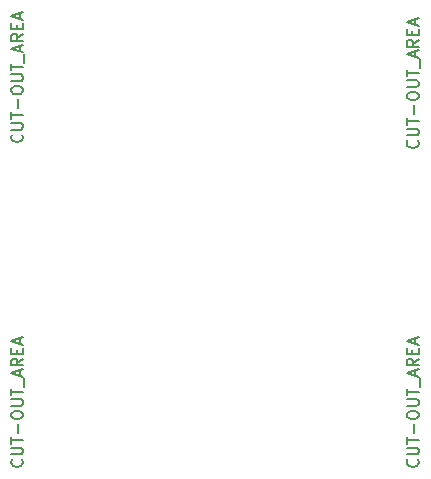
<source format=gbr>
G04 #@! TF.GenerationSoftware,KiCad,Pcbnew,5.1.6-c6e7f7d~87~ubuntu20.04.1*
G04 #@! TF.CreationDate,2020-11-03T14:00:41+02:00*
G04 #@! TF.ProjectId,temp_monitor,74656d70-5f6d-46f6-9e69-746f722e6b69,rev?*
G04 #@! TF.SameCoordinates,Original*
G04 #@! TF.FileFunction,Other,ECO2*
%FSLAX46Y46*%
G04 Gerber Fmt 4.6, Leading zero omitted, Abs format (unit mm)*
G04 Created by KiCad (PCBNEW 5.1.6-c6e7f7d~87~ubuntu20.04.1) date 2020-11-03 14:00:41*
%MOMM*%
%LPD*%
G01*
G04 APERTURE LIST*
%ADD10C,0.150000*%
G04 APERTURE END LIST*
D10*
X88857142Y-79833333D02*
X88904761Y-79880952D01*
X88952380Y-80023809D01*
X88952380Y-80119047D01*
X88904761Y-80261904D01*
X88809523Y-80357142D01*
X88714285Y-80404761D01*
X88523809Y-80452380D01*
X88380952Y-80452380D01*
X88190476Y-80404761D01*
X88095238Y-80357142D01*
X88000000Y-80261904D01*
X87952380Y-80119047D01*
X87952380Y-80023809D01*
X88000000Y-79880952D01*
X88047619Y-79833333D01*
X87952380Y-79404761D02*
X88761904Y-79404761D01*
X88857142Y-79357142D01*
X88904761Y-79309523D01*
X88952380Y-79214285D01*
X88952380Y-79023809D01*
X88904761Y-78928571D01*
X88857142Y-78880952D01*
X88761904Y-78833333D01*
X87952380Y-78833333D01*
X87952380Y-78500000D02*
X87952380Y-77928571D01*
X88952380Y-78214285D02*
X87952380Y-78214285D01*
X88571428Y-77595238D02*
X88571428Y-76833333D01*
X87952380Y-76166666D02*
X87952380Y-75976190D01*
X88000000Y-75880952D01*
X88095238Y-75785714D01*
X88285714Y-75738095D01*
X88619047Y-75738095D01*
X88809523Y-75785714D01*
X88904761Y-75880952D01*
X88952380Y-75976190D01*
X88952380Y-76166666D01*
X88904761Y-76261904D01*
X88809523Y-76357142D01*
X88619047Y-76404761D01*
X88285714Y-76404761D01*
X88095238Y-76357142D01*
X88000000Y-76261904D01*
X87952380Y-76166666D01*
X87952380Y-75309523D02*
X88761904Y-75309523D01*
X88857142Y-75261904D01*
X88904761Y-75214285D01*
X88952380Y-75119047D01*
X88952380Y-74928571D01*
X88904761Y-74833333D01*
X88857142Y-74785714D01*
X88761904Y-74738095D01*
X87952380Y-74738095D01*
X87952380Y-74404761D02*
X87952380Y-73833333D01*
X88952380Y-74119047D02*
X87952380Y-74119047D01*
X89047619Y-73738095D02*
X89047619Y-72976190D01*
X88666666Y-72785714D02*
X88666666Y-72309523D01*
X88952380Y-72880952D02*
X87952380Y-72547619D01*
X88952380Y-72214285D01*
X88952380Y-71309523D02*
X88476190Y-71642857D01*
X88952380Y-71880952D02*
X87952380Y-71880952D01*
X87952380Y-71500000D01*
X88000000Y-71404761D01*
X88047619Y-71357142D01*
X88142857Y-71309523D01*
X88285714Y-71309523D01*
X88380952Y-71357142D01*
X88428571Y-71404761D01*
X88476190Y-71500000D01*
X88476190Y-71880952D01*
X88428571Y-70880952D02*
X88428571Y-70547619D01*
X88952380Y-70404761D02*
X88952380Y-70880952D01*
X87952380Y-70880952D01*
X87952380Y-70404761D01*
X88666666Y-70023809D02*
X88666666Y-69547619D01*
X88952380Y-70119047D02*
X87952380Y-69785714D01*
X88952380Y-69452380D01*
X88857142Y-52833333D02*
X88904761Y-52880952D01*
X88952380Y-53023809D01*
X88952380Y-53119047D01*
X88904761Y-53261904D01*
X88809523Y-53357142D01*
X88714285Y-53404761D01*
X88523809Y-53452380D01*
X88380952Y-53452380D01*
X88190476Y-53404761D01*
X88095238Y-53357142D01*
X88000000Y-53261904D01*
X87952380Y-53119047D01*
X87952380Y-53023809D01*
X88000000Y-52880952D01*
X88047619Y-52833333D01*
X87952380Y-52404761D02*
X88761904Y-52404761D01*
X88857142Y-52357142D01*
X88904761Y-52309523D01*
X88952380Y-52214285D01*
X88952380Y-52023809D01*
X88904761Y-51928571D01*
X88857142Y-51880952D01*
X88761904Y-51833333D01*
X87952380Y-51833333D01*
X87952380Y-51500000D02*
X87952380Y-50928571D01*
X88952380Y-51214285D02*
X87952380Y-51214285D01*
X88571428Y-50595238D02*
X88571428Y-49833333D01*
X87952380Y-49166666D02*
X87952380Y-48976190D01*
X88000000Y-48880952D01*
X88095238Y-48785714D01*
X88285714Y-48738095D01*
X88619047Y-48738095D01*
X88809523Y-48785714D01*
X88904761Y-48880952D01*
X88952380Y-48976190D01*
X88952380Y-49166666D01*
X88904761Y-49261904D01*
X88809523Y-49357142D01*
X88619047Y-49404761D01*
X88285714Y-49404761D01*
X88095238Y-49357142D01*
X88000000Y-49261904D01*
X87952380Y-49166666D01*
X87952380Y-48309523D02*
X88761904Y-48309523D01*
X88857142Y-48261904D01*
X88904761Y-48214285D01*
X88952380Y-48119047D01*
X88952380Y-47928571D01*
X88904761Y-47833333D01*
X88857142Y-47785714D01*
X88761904Y-47738095D01*
X87952380Y-47738095D01*
X87952380Y-47404761D02*
X87952380Y-46833333D01*
X88952380Y-47119047D02*
X87952380Y-47119047D01*
X89047619Y-46738095D02*
X89047619Y-45976190D01*
X88666666Y-45785714D02*
X88666666Y-45309523D01*
X88952380Y-45880952D02*
X87952380Y-45547619D01*
X88952380Y-45214285D01*
X88952380Y-44309523D02*
X88476190Y-44642857D01*
X88952380Y-44880952D02*
X87952380Y-44880952D01*
X87952380Y-44500000D01*
X88000000Y-44404761D01*
X88047619Y-44357142D01*
X88142857Y-44309523D01*
X88285714Y-44309523D01*
X88380952Y-44357142D01*
X88428571Y-44404761D01*
X88476190Y-44500000D01*
X88476190Y-44880952D01*
X88428571Y-43880952D02*
X88428571Y-43547619D01*
X88952380Y-43404761D02*
X88952380Y-43880952D01*
X87952380Y-43880952D01*
X87952380Y-43404761D01*
X88666666Y-43023809D02*
X88666666Y-42547619D01*
X88952380Y-43119047D02*
X87952380Y-42785714D01*
X88952380Y-42452380D01*
X55357142Y-52333333D02*
X55404761Y-52380952D01*
X55452380Y-52523809D01*
X55452380Y-52619047D01*
X55404761Y-52761904D01*
X55309523Y-52857142D01*
X55214285Y-52904761D01*
X55023809Y-52952380D01*
X54880952Y-52952380D01*
X54690476Y-52904761D01*
X54595238Y-52857142D01*
X54500000Y-52761904D01*
X54452380Y-52619047D01*
X54452380Y-52523809D01*
X54500000Y-52380952D01*
X54547619Y-52333333D01*
X54452380Y-51904761D02*
X55261904Y-51904761D01*
X55357142Y-51857142D01*
X55404761Y-51809523D01*
X55452380Y-51714285D01*
X55452380Y-51523809D01*
X55404761Y-51428571D01*
X55357142Y-51380952D01*
X55261904Y-51333333D01*
X54452380Y-51333333D01*
X54452380Y-51000000D02*
X54452380Y-50428571D01*
X55452380Y-50714285D02*
X54452380Y-50714285D01*
X55071428Y-50095238D02*
X55071428Y-49333333D01*
X54452380Y-48666666D02*
X54452380Y-48476190D01*
X54500000Y-48380952D01*
X54595238Y-48285714D01*
X54785714Y-48238095D01*
X55119047Y-48238095D01*
X55309523Y-48285714D01*
X55404761Y-48380952D01*
X55452380Y-48476190D01*
X55452380Y-48666666D01*
X55404761Y-48761904D01*
X55309523Y-48857142D01*
X55119047Y-48904761D01*
X54785714Y-48904761D01*
X54595238Y-48857142D01*
X54500000Y-48761904D01*
X54452380Y-48666666D01*
X54452380Y-47809523D02*
X55261904Y-47809523D01*
X55357142Y-47761904D01*
X55404761Y-47714285D01*
X55452380Y-47619047D01*
X55452380Y-47428571D01*
X55404761Y-47333333D01*
X55357142Y-47285714D01*
X55261904Y-47238095D01*
X54452380Y-47238095D01*
X54452380Y-46904761D02*
X54452380Y-46333333D01*
X55452380Y-46619047D02*
X54452380Y-46619047D01*
X55547619Y-46238095D02*
X55547619Y-45476190D01*
X55166666Y-45285714D02*
X55166666Y-44809523D01*
X55452380Y-45380952D02*
X54452380Y-45047619D01*
X55452380Y-44714285D01*
X55452380Y-43809523D02*
X54976190Y-44142857D01*
X55452380Y-44380952D02*
X54452380Y-44380952D01*
X54452380Y-44000000D01*
X54500000Y-43904761D01*
X54547619Y-43857142D01*
X54642857Y-43809523D01*
X54785714Y-43809523D01*
X54880952Y-43857142D01*
X54928571Y-43904761D01*
X54976190Y-44000000D01*
X54976190Y-44380952D01*
X54928571Y-43380952D02*
X54928571Y-43047619D01*
X55452380Y-42904761D02*
X55452380Y-43380952D01*
X54452380Y-43380952D01*
X54452380Y-42904761D01*
X55166666Y-42523809D02*
X55166666Y-42047619D01*
X55452380Y-42619047D02*
X54452380Y-42285714D01*
X55452380Y-41952380D01*
X55357142Y-79833333D02*
X55404761Y-79880952D01*
X55452380Y-80023809D01*
X55452380Y-80119047D01*
X55404761Y-80261904D01*
X55309523Y-80357142D01*
X55214285Y-80404761D01*
X55023809Y-80452380D01*
X54880952Y-80452380D01*
X54690476Y-80404761D01*
X54595238Y-80357142D01*
X54500000Y-80261904D01*
X54452380Y-80119047D01*
X54452380Y-80023809D01*
X54500000Y-79880952D01*
X54547619Y-79833333D01*
X54452380Y-79404761D02*
X55261904Y-79404761D01*
X55357142Y-79357142D01*
X55404761Y-79309523D01*
X55452380Y-79214285D01*
X55452380Y-79023809D01*
X55404761Y-78928571D01*
X55357142Y-78880952D01*
X55261904Y-78833333D01*
X54452380Y-78833333D01*
X54452380Y-78500000D02*
X54452380Y-77928571D01*
X55452380Y-78214285D02*
X54452380Y-78214285D01*
X55071428Y-77595238D02*
X55071428Y-76833333D01*
X54452380Y-76166666D02*
X54452380Y-75976190D01*
X54500000Y-75880952D01*
X54595238Y-75785714D01*
X54785714Y-75738095D01*
X55119047Y-75738095D01*
X55309523Y-75785714D01*
X55404761Y-75880952D01*
X55452380Y-75976190D01*
X55452380Y-76166666D01*
X55404761Y-76261904D01*
X55309523Y-76357142D01*
X55119047Y-76404761D01*
X54785714Y-76404761D01*
X54595238Y-76357142D01*
X54500000Y-76261904D01*
X54452380Y-76166666D01*
X54452380Y-75309523D02*
X55261904Y-75309523D01*
X55357142Y-75261904D01*
X55404761Y-75214285D01*
X55452380Y-75119047D01*
X55452380Y-74928571D01*
X55404761Y-74833333D01*
X55357142Y-74785714D01*
X55261904Y-74738095D01*
X54452380Y-74738095D01*
X54452380Y-74404761D02*
X54452380Y-73833333D01*
X55452380Y-74119047D02*
X54452380Y-74119047D01*
X55547619Y-73738095D02*
X55547619Y-72976190D01*
X55166666Y-72785714D02*
X55166666Y-72309523D01*
X55452380Y-72880952D02*
X54452380Y-72547619D01*
X55452380Y-72214285D01*
X55452380Y-71309523D02*
X54976190Y-71642857D01*
X55452380Y-71880952D02*
X54452380Y-71880952D01*
X54452380Y-71500000D01*
X54500000Y-71404761D01*
X54547619Y-71357142D01*
X54642857Y-71309523D01*
X54785714Y-71309523D01*
X54880952Y-71357142D01*
X54928571Y-71404761D01*
X54976190Y-71500000D01*
X54976190Y-71880952D01*
X54928571Y-70880952D02*
X54928571Y-70547619D01*
X55452380Y-70404761D02*
X55452380Y-70880952D01*
X54452380Y-70880952D01*
X54452380Y-70404761D01*
X55166666Y-70023809D02*
X55166666Y-69547619D01*
X55452380Y-70119047D02*
X54452380Y-69785714D01*
X55452380Y-69452380D01*
M02*

</source>
